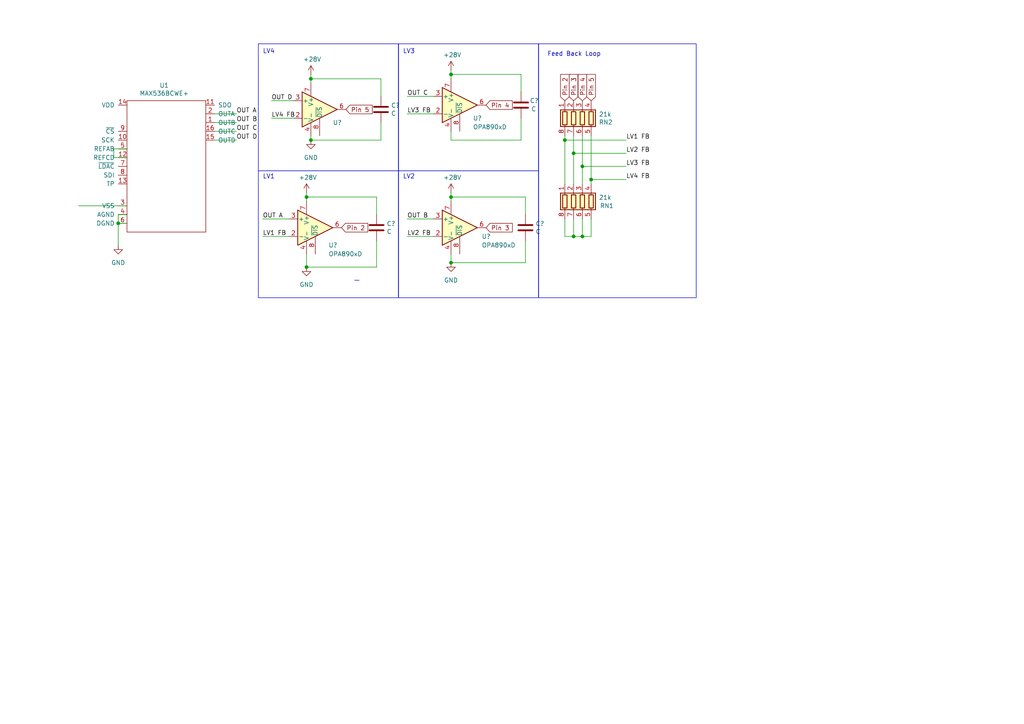
<source format=kicad_sch>
(kicad_sch (version 20230121) (generator eeschema)
  (paper "A4")
  (lib_symbols
    (symbol "Amplifier_Operational:OPA890xD" (pin_names (offset 0.127))
      (property "Reference" "U" (at -1.27 6.35 0))
      (property "Value" "OPA890xD" (at -1.27 3.81 0))
      (symbol "OPA890xD_0_1"
        (polyline (pts (xy -5.08 5.08) (xy 5.08 0) (xy -5.08 -5.08) (xy -5.08 5.08)) (stroke (width 0.254)) (fill (type background)))
        (pin power_in line (at -2.54 -7.62 90) (length 3.81) (name "V-") (number "4"))
        (pin power_in line (at -2.54 7.62 270) (length 3.81) (name "V+") (number "7"))
      )
      (symbol "OPA890xD_1_1"
        (pin no_connect line (at -5.08 5.08 270) (length 2.54) hide (name "NC") (number "1"))
        (pin input line (at -7.62 -2.54 0) (length 2.54) (name "-") (number "2"))
        (pin input line (at -7.62 2.54 0) (length 2.54) (name "+") (number "3"))
        (pin no_connect line (at -5.08 -5.08 90) (length 3.81) hide (name "NC") (number "5"))
        (pin output line (at 7.62 0 180) (length 2.54) (name "~") (number "6"))
        (pin input line (at 0 -7.62 90) (length 5.08) (name "~{DIS}") (number "8"))
      )
    )
    (symbol "Created Symbols for DACBoard:MAX536BCWE+" (pin_names (offset 1.016))
      (property "Reference" "U" (at 0 0 0))
      (property "Value" "MAX536BCWE+" (at 0 0 0))
      (symbol "MAX536BCWE+_0_1"
        (rectangle (start -11.43 -2.54) (end 11.43 -40.64))
      )
      (symbol "MAX536BCWE+_1_1"
        (pin output line (at 11.43 -8.89 0) (length 2.54) (name "OUTB") (number "1"))
        (pin input line (at -11.43 -13.97 180) (length 2.54) (name "SCK") (number "10"))
        (pin output line (at 11.43 -3.81 0) (length 2.54) (name "SDO") (number "11"))
        (pin input line (at -11.43 -19.05 180) (length 2.54) (name "REFCD") (number "12"))
        (pin input line (at -11.43 -26.67 180) (length 2.54) (name "TP") (number "13"))
        (pin power_in line (at -11.43 -3.81 180) (length 2.54) (name "VDD") (number "14"))
        (pin output line (at 11.43 -13.97 0) (length 2.54) (name "OUTD") (number "15"))
        (pin output line (at 11.43 -11.43 0) (length 2.54) (name "OUTC") (number "16"))
        (pin output line (at 11.43 -6.35 0) (length 2.54) (name "OUTA") (number "2"))
        (pin input line (at -11.43 -33.02 180) (length 2.54) (name "VSS") (number "3"))
        (pin input line (at -11.43 -35.56 180) (length 2.54) (name "AGND") (number "4"))
        (pin input line (at -11.43 -16.51 180) (length 2.54) (name "REFAB") (number "5"))
        (pin input line (at -11.43 -38.1 180) (length 2.54) (name "DGND") (number "6"))
        (pin input line (at -11.43 -21.59 180) (length 2.54) (name "~{LDAC}") (number "7"))
        (pin input line (at -11.43 -24.13 180) (length 2.54) (name "SDI") (number "8"))
        (pin input line (at -11.43 -11.43 180) (length 2.54) (name "~{CS}") (number "9"))
      )
    )
    (symbol "Device:C" (pin_numbers hide) (pin_names (offset 0.254))
      (property "Reference" "C" (at 0.635 2.54 0))
      (property "Value" "C" (at 0.635 -2.54 0))
      (symbol "C_0_1"
        (polyline (pts (xy -2.032 -0.762) (xy 2.032 -0.762)) (stroke (width 0.508)))
        (polyline (pts (xy -2.032 0.762) (xy 2.032 0.762)) (stroke (width 0.508)))
      )
      (symbol "C_1_1"
        (pin passive line (at 0 3.81 270) (length 2.794) (name "~") (number "1"))
        (pin passive line (at 0 -3.81 90) (length 2.794) (name "~") (number "2"))
      )
    )
    (symbol "Device:R_Pack04" (pin_names (offset 0) hide)
      (property "Reference" "RN" (at -7.62 0 90))
      (property "Value" "R_Pack04" (at 5.08 0 90))
      (symbol "R_Pack04_0_1"
        (rectangle (start -6.35 -2.413) (end 3.81 2.413) (stroke (width 0.254)) (fill (type background)))
        (rectangle (start -5.715 1.905) (end -4.445 -1.905) (stroke (width 0.254)))
        (rectangle (start -3.175 1.905) (end -1.905 -1.905) (stroke (width 0.254)))
        (rectangle (start -0.635 1.905) (end 0.635 -1.905) (stroke (width 0.254)))
        (polyline (pts (xy -5.08 -2.54) (xy -5.08 -1.905)))
        (polyline (pts (xy -5.08 1.905) (xy -5.08 2.54)))
        (polyline (pts (xy -2.54 -2.54) (xy -2.54 -1.905)))
        (polyline (pts (xy -2.54 1.905) (xy -2.54 2.54)))
        (polyline (pts (xy 0 -2.54) (xy 0 -1.905)))
        (polyline (pts (xy 0 1.905) (xy 0 2.54)))
        (polyline (pts (xy 2.54 -2.54) (xy 2.54 -1.905)))
        (polyline (pts (xy 2.54 1.905) (xy 2.54 2.54)))
        (rectangle (start 1.905 1.905) (end 3.175 -1.905) (stroke (width 0.254)))
      )
      (symbol "R_Pack04_1_1"
        (pin passive line (at -5.08 -5.08 90) (length 2.54) (name "R1.1") (number "1"))
        (pin passive line (at -2.54 -5.08 90) (length 2.54) (name "R2.1") (number "2"))
        (pin passive line (at 0 -5.08 90) (length 2.54) (name "R3.1") (number "3"))
        (pin passive line (at 2.54 -5.08 90) (length 2.54) (name "R4.1") (number "4"))
        (pin passive line (at 2.54 5.08 270) (length 2.54) (name "R4.2") (number "5"))
        (pin passive line (at 0 5.08 270) (length 2.54) (name "R3.2") (number "6"))
        (pin passive line (at -2.54 5.08 270) (length 2.54) (name "R2.2") (number "7"))
        (pin passive line (at -5.08 5.08 270) (length 2.54) (name "R1.2") (number "8"))
      )
    )
    (symbol "power:+28V" (power) (pin_names (offset 0))
      (property "Value" "+28V" (at 0 3.81 0))
      (symbol "+28V_0_1"
        (polyline (pts (xy -0.762 1.27) (xy 0 2.54)))
        (polyline (pts (xy 0 0) (xy 0 2.54)))
        (polyline (pts (xy 0 2.54) (xy 0.762 1.27)))
      )
      (symbol "+28V_1_1"
        (pin power_in line (at 0 0 90) (length 0) hide (name "+28V") (number "1"))
      )
    )
    (symbol "power:GND" (power) (pin_names (offset 0))
      (property "Value" "GND" (at 0 -3.81 0))
      (symbol "GND_0_1"
        (polyline (pts (xy 0 0) (xy 0 -1.27) (xy 1.27 -1.27) (xy 0 -2.54) (xy -1.27 -1.27) (xy 0 -1.27)))
      )
      (symbol "GND_1_1"
        (pin power_in line (at 0 0 270) (length 0) hide (name "GND") (number "1"))
      )
    )
  )
  (junction (at 88.9 77.47))
  (junction (at 130.81 21.59))
  (junction (at 168.91 68.58))
  (junction (at 166.37 68.58))
  (junction (at 171.45 52.07))
  (junction (at 90.17 22.86))
  (junction (at 166.37 44.45))
  (junction (at 88.9 57.15))
  (junction (at 163.83 40.64))
  (junction (at 34.29 64.77))
  (junction (at 90.17 40.64))
  (junction (at 168.91 48.26))
  (junction (at 130.81 76.2))
  (junction (at 130.81 57.15))
  (wire (pts (xy 90.17 40.64) (xy 110.49 40.64)))
  (wire (pts (xy 151.13 40.64) (xy 130.81 40.64)))
  (wire (pts (xy 168.91 48.26) (xy 181.61 48.26)))
  (wire (pts (xy 166.37 63.5) (xy 166.37 68.58)))
  (wire (pts (xy 168.91 68.58) (xy 171.45 68.58)))
  (wire (pts (xy 152.4 62.23) (xy 152.4 57.15)))
  (wire (pts (xy 130.81 57.15) (xy 152.4 57.15)))
  (wire (pts (xy 109.22 69.85) (xy 109.22 77.47)))
  (wire (pts (xy 118.11 63.5) (xy 125.73 63.5)))
  (wire (pts (xy 171.45 52.07) (xy 181.61 52.07)))
  (wire (pts (xy 36.83 45.72) (xy 33.02 45.72)))
  (wire (pts (xy 152.4 69.85) (xy 152.4 76.2)))
  (wire (pts (xy 168.91 63.5) (xy 168.91 68.58)))
  (wire (pts (xy 151.13 40.64) (xy 151.13 34.29)))
  (wire (pts (xy 110.49 40.64) (xy 110.49 35.56)))
  (wire (pts (xy 109.22 57.15) (xy 109.22 62.23)))
  (wire (pts (xy 118.11 68.58) (xy 125.73 68.58)))
  (wire (pts (xy 163.83 40.64) (xy 181.61 40.64)))
  (wire (pts (xy 34.29 64.77) (xy 36.83 64.77)))
  (wire (pts (xy 62.23 38.1) (xy 68.58 38.1)))
  (wire (pts (xy 76.2 63.5) (xy 83.82 63.5)))
  (wire (pts (xy 36.83 62.23) (xy 34.29 62.23)))
  (wire (pts (xy 118.11 33.02) (xy 125.73 33.02)))
  (wire (pts (xy 166.37 39.37) (xy 166.37 44.45)))
  (wire (pts (xy 130.81 55.88) (xy 130.81 57.15)))
  (wire (pts (xy 33.02 45.72) (xy 33.02 43.18)))
  (wire (pts (xy 36.83 43.18) (xy 33.02 43.18)))
  (wire (pts (xy 163.83 39.37) (xy 163.83 40.64)))
  (wire (pts (xy 88.9 55.88) (xy 88.9 57.15)))
  (wire (pts (xy 88.9 57.15) (xy 109.22 57.15)))
  (wire (pts (xy 118.11 27.94) (xy 125.73 27.94)))
  (wire (pts (xy 130.81 57.15) (xy 130.81 58.42)))
  (wire (pts (xy 130.81 40.64) (xy 130.81 38.1)))
  (wire (pts (xy 88.9 57.15) (xy 88.9 58.42)))
  (wire (pts (xy 130.81 76.2) (xy 130.81 73.66)))
  (wire (pts (xy 62.23 33.02) (xy 68.58 33.02)))
  (wire (pts (xy 163.83 63.5) (xy 163.83 68.58)))
  (wire (pts (xy 78.74 29.21) (xy 85.09 29.21)))
  (wire (pts (xy 90.17 40.64) (xy 90.17 39.37)))
  (wire (pts (xy 151.13 26.67) (xy 151.13 21.59)))
  (wire (pts (xy 166.37 44.45) (xy 181.61 44.45)))
  (wire (pts (xy 163.83 68.58) (xy 166.37 68.58)))
  (wire (pts (xy 171.45 68.58) (xy 171.45 63.5)))
  (wire (pts (xy 110.49 27.94) (xy 110.49 22.86)))
  (wire (pts (xy 88.9 77.47) (xy 88.9 73.66)))
  (wire (pts (xy 166.37 68.58) (xy 168.91 68.58)))
  (wire (pts (xy 151.13 21.59) (xy 130.81 21.59)))
  (wire (pts (xy 130.81 21.59) (xy 130.81 22.86)))
  (wire (pts (xy 168.91 48.26) (xy 168.91 53.34)))
  (wire (pts (xy 90.17 22.86) (xy 90.17 24.13)))
  (wire (pts (xy 166.37 44.45) (xy 166.37 53.34)))
  (wire (pts (xy 152.4 76.2) (xy 130.81 76.2)))
  (wire (pts (xy 62.23 40.64) (xy 68.58 40.64)))
  (wire (pts (xy 22.86 59.69) (xy 36.83 59.69)))
  (wire (pts (xy 34.29 64.77) (xy 34.29 71.12)))
  (wire (pts (xy 110.49 22.86) (xy 90.17 22.86)))
  (wire (pts (xy 78.74 34.29) (xy 85.09 34.29)))
  (wire (pts (xy 62.23 35.56) (xy 68.58 35.56)))
  (wire (pts (xy 76.2 68.58) (xy 83.82 68.58)))
  (wire (pts (xy 109.22 77.47) (xy 88.9 77.47)))
  (wire (pts (xy 168.91 39.37) (xy 168.91 48.26)))
  (wire (pts (xy 34.29 62.23) (xy 34.29 64.77)))
  (wire (pts (xy 130.81 20.32) (xy 130.81 21.59)))
  (wire (pts (xy 90.17 21.59) (xy 90.17 22.86)))
  (wire (pts (xy 171.45 52.07) (xy 171.45 53.34)))
  (wire (pts (xy 163.83 40.64) (xy 163.83 53.34)))
  (wire (pts (xy 171.45 39.37) (xy 171.45 52.07)))
  (rectangle (start 74.93 49.53) (end 115.57 86.36))
  (rectangle (start 74.93 12.7) (end 115.57 49.53))
  (rectangle (start 115.57 12.7) (end 156.21 49.53))
  (rectangle (start 156.21 12.7) (end 201.93 86.36))
  (rectangle (start 102.87 81.28) (end 104.14 81.28))
  (rectangle (start 115.57 49.53) (end 156.21 86.36))
  (text "LV1" (at 76.2 52.07 0) (effects (font (size 1.27 1.27)) (justify left bottom)))
  (text "LV4\n\n" (at 76.2 17.78 0) (effects (font (size 1.27 1.27)) (justify left bottom)))
  (text "LV3\n\n" (at 116.84 17.78 0) (effects (font (size 1.27 1.27)) (justify left bottom)))
  (text "Feed Back Loop\n" (at 158.75 16.51 0) (effects (font (size 1.27 1.27)) (justify left bottom)))
  (text "LV2\n" (at 116.84 52.07 0) (effects (font (size 1.27 1.27)) (justify left bottom)))
  (label "LV4 FB" (at 181.61 52.07 0))
  (label "OUT A" (at 68.58 33.02 0))
  (label "LV3 FB" (at 118.11 33.02 0))
  (label "OUT D" (at 68.58 40.64 0))
  (label "OUT B" (at 68.58 35.56 0))
  (label "LV2 FB" (at 181.61 44.45 0))
  (label "LV3 FB" (at 181.61 48.26 0))
  (label "LV2 FB" (at 118.11 68.58 0))
  (label "LV1 FB" (at 76.2 68.58 0))
  (label "LV1 FB" (at 181.61 40.64 0))
  (label "OUT C" (at 68.58 38.1 0))
  (label "OUT B" (at 118.11 63.5 0))
  (label "OUT D" (at 78.74 29.21 0))
  (label "LV4 FB" (at 78.74 34.29 0))
  (label "OUT C" (at 118.11 27.94 0))
  (label "OUT A" (at 76.2 63.5 0))
  (global_label "Pin 4" (shape input) (at 140.97 30.48 0) (property "Intersheetrefs" "${INTERSHEET_REFS}" (effects hide)))
  (global_label "Pin 3" (shape input) (at 140.97 66.04 0) (property "Intersheetrefs" "${INTERSHEET_REFS}" (effects hide)))
  (global_label "Pin 3" (shape input) (at 166.37 29.21 90) (property "Intersheetrefs" "${INTERSHEET_REFS}" (effects hide)))
  (global_label "Pin 5" (shape input) (at 100.33 31.75 0) (property "Intersheetrefs" "${INTERSHEET_REFS}" (effects hide)))
  (global_label "Pin 5" (shape input) (at 171.45 29.21 90) (property "Intersheetrefs" "${INTERSHEET_REFS}" (effects hide)))
  (global_label "Pin 2" (shape input) (at 99.06 66.04 0) (property "Intersheetrefs" "${INTERSHEET_REFS}" (effects hide)))
  (global_label "Pin 2" (shape input) (at 163.83 29.21 90) (property "Intersheetrefs" "${INTERSHEET_REFS}" (effects hide)))
  (global_label "Pin 4" (shape input) (at 168.91 29.21 90) (property "Intersheetrefs" "${INTERSHEET_REFS}" (effects hide)))
  (symbol (lib_id "Created Symbols for DACBoard:MAX536BCWE+") (at 48.26 26.67 0) (unit 1)
    (property "Reference" "U1" (at 47.625 24.765 0))
    (property "Value" "MAX536BCWE+" (at 47.625 27.0764 0))
  )
  (symbol (lib_id "Amplifier_Operational:OPA890xD") (at 92.71 31.75 0) (unit 1)
    (property "Reference" "U?" (at 96.52 35.56 0) (effects (justify left)))
    (property "Value" "OPA890xD" (effects hide))
    (property "Footprint" "Package_SO:SOIC-8_3.9x4.9mm_P1.27mm" (effects hide))
    (property "Datasheet" "https://www.ti.com/lit/ds/symlink/opa890.pdf" (effects hide))
  )
  (symbol (lib_id "Amplifier_Operational:OPA890xD") (at 133.35 30.48 0) (unit 1)
    (property "Reference" "U?" (at 137.16 34.29 0) (effects (justify left)))
    (property "Value" "OPA890xD" (at 137.16 36.83 0) (effects (justify left)))
    (property "Footprint" "Package_SO:SOIC-8_3.9x4.9mm_P1.27mm" (effects hide))
    (property "Datasheet" "https://www.ti.com/lit/ds/symlink/opa890.pdf" (effects hide))
  )
  (symbol (lib_id "Amplifier_Operational:OPA890xD") (at 133.35 66.04 0) (unit 1)
    (property "Reference" "U?" (at 139.7 68.58 0) (effects (justify left)))
    (property "Value" "OPA890xD" (at 139.7 71.12 0) (effects (justify left)))
    (property "Footprint" "Package_SO:SOIC-8_3.9x4.9mm_P1.27mm" (effects hide))
    (property "Datasheet" "https://www.ti.com/lit/ds/symlink/opa890.pdf" (effects hide))
  )
  (symbol (lib_id "Amplifier_Operational:OPA890xD") (at 91.44 66.04 0) (unit 1)
    (property "Reference" "U?" (at 95.25 71.12 0) (effects (justify left)))
    (property "Value" "OPA890xD" (at 95.25 73.66 0) (effects (justify left)))
    (property "Footprint" "Package_SO:SOIC-8_3.9x4.9mm_P1.27mm" (effects hide))
    (property "Datasheet" "https://www.ti.com/lit/ds/symlink/opa890.pdf" (effects hide))
  )
  (symbol (lib_id "power:+28V") (at 90.17 21.59 0) (unit 1)
    (property "Reference" "#PWR?" (effects hide))
    (property "Value" "+28V" (at 90.551 17.1958 0))
  )
  (symbol (lib_id "Device:C") (at 110.49 31.75 0) (unit 1)
    (property "Reference" "C?" (at 113.411 30.5816 0) (effects (justify left)))
    (property "Value" "C" (at 113.411 32.893 0) (effects (justify left)))
  )
  (symbol (lib_id "Device:C") (at 151.13 30.48 0) (unit 1)
    (property "Reference" "C?" (at 153.67 29.21 0) (effects (justify left)))
    (property "Value" "C" (at 154.051 31.623 0) (effects (justify left)))
  )
  (symbol (lib_id "Device:C") (at 152.4 66.04 0) (unit 1)
    (property "Reference" "C?" (at 155.321 64.8716 0) (effects (justify left)))
    (property "Value" "C" (at 155.321 67.183 0) (effects (justify left)))
  )
  (symbol (lib_id "Device:C") (at 109.22 66.04 0) (unit 1)
    (property "Reference" "C?" (at 112.141 64.8716 0) (effects (justify left)))
    (property "Value" "C" (at 112.141 67.183 0) (effects (justify left)))
  )
  (symbol (lib_id "power:+28V") (at 88.9 55.88 0) (unit 1)
    (property "Reference" "#PWR03" (effects hide))
    (property "Value" "+28V" (at 89.281 51.4858 0))
  )
  (symbol (lib_id "power:GND") (at 34.29 71.12 0) (unit 1)
    (property "Reference" "#PWR07" (effects hide))
    (property "Value" "GND" (at 34.29 76.2 0))
  )
  (symbol (lib_id "power:+28V") (at 130.81 55.88 0) (unit 1)
    (property "Reference" "#PWR02" (effects hide))
    (property "Value" "+28V" (at 131.191 51.4858 0))
  )
  (symbol (lib_id "power:+28V") (at 130.81 20.32 0) (unit 1)
    (property "Reference" "#PWR01" (effects hide))
    (property "Value" "+28V" (at 131.191 15.9258 0))
  )
  (symbol (lib_id "Device:R_Pack04") (at 168.91 34.29 0) (mirror x) (unit 1)
    (property "Reference" "RN2" (at 173.6852 35.4584 0) (effects (justify left)))
    (property "Value" "21k" (at 173.6852 33.147 0) (effects (justify left)))
  )
  (symbol (lib_id "power:GND") (at 90.17 40.64 0) (unit 1)
    (property "Reference" "#PWR04" (effects hide))
    (property "Value" "GND" (at 90.17 45.72 0))
  )
  (symbol (lib_id "Device:R_Pack04") (at 168.91 58.42 0) (mirror x) (unit 1)
    (property "Reference" "RN1" (at 173.99 59.69 0) (effects (justify left)))
    (property "Value" "21k" (at 173.6852 57.277 0) (effects (justify left)))
  )
  (symbol (lib_id "power:GND") (at 130.81 76.2 0) (unit 1)
    (property "Reference" "#PWR06" (effects hide))
    (property "Value" "GND" (at 130.81 81.28 0))
  )
  (symbol (lib_id "power:GND") (at 88.9 77.47 0) (unit 1)
    (property "Reference" "#PWR05" (effects hide))
    (property "Value" "GND" (at 88.9 82.55 0))
  )
)
</source>
